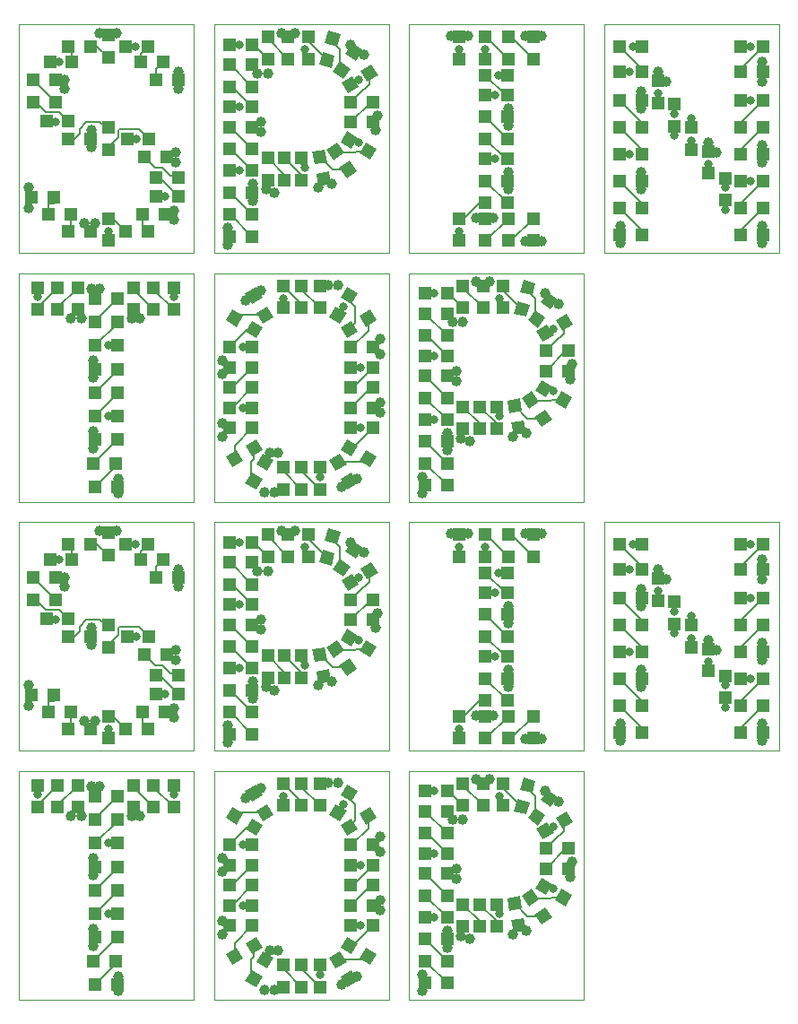
<source format=gtl>
G75*
G70*
%OFA0B0*%
%FSLAX25Y25*%
%IPPOS*%
%LPD*%
%AMOC8*
5,1,8,0,0,1.08239X$1,22.5*
%
%ADD10C,0.03970*%
%ADD14C,0.03170*%
%ADD16C,0.00600*%
%ADD17C,0.00000*%
%ADD19R,0.04720X0.04720*%
X0010000Y0010000D02*
G75*
%LPD*%
D17*
X0010000Y0010000D02*
X0010000Y0095000D01*
X0075000Y0095000D01*
X0075000Y0010000D01*
X0010000Y0010000D01*
D19*
X0038360Y0015620D03*
X0046630Y0015620D03*
X0046010Y0024370D03*
X0037740Y0024370D03*
X0038360Y0033120D03*
X0046630Y0033120D03*
X0046630Y0041870D03*
X0038360Y0041870D03*
X0038360Y0050620D03*
X0046630Y0050620D03*
X0046630Y0059370D03*
X0038360Y0059370D03*
X0038360Y0068120D03*
X0046630Y0068120D03*
X0046630Y0076870D03*
X0052500Y0081490D03*
X0046630Y0085620D03*
X0052500Y0089760D03*
X0060000Y0089760D03*
X0067500Y0089760D03*
X0067500Y0081490D03*
X0060000Y0081490D03*
X0038360Y0085620D03*
X0031870Y0081490D03*
X0038360Y0076870D03*
X0031870Y0089760D03*
X0024370Y0089760D03*
X0016870Y0089760D03*
X0016870Y0081490D03*
X0024370Y0081490D03*
D10*
X0029370Y0078120D03*
X0033120Y0078120D03*
X0036870Y0089370D03*
X0040000Y0089370D03*
X0051870Y0078120D03*
X0055000Y0078120D03*
X0037500Y0062500D03*
X0037500Y0056250D03*
X0037500Y0036250D03*
X0037500Y0030000D03*
X0046870Y0018750D03*
X0046870Y0013120D03*
D16*
X0046630Y0013120D01*
X0046630Y0015620D01*
X0046630Y0018750D01*
X0046870Y0018750D01*
X0046010Y0023260D02*
X0038360Y0015620D01*
X0046010Y0023260D02*
X0046010Y0024370D01*
X0037740Y0024370D02*
X0046490Y0033120D01*
X0046630Y0033120D01*
X0038360Y0033120D02*
X0037500Y0033120D01*
X0037500Y0030000D01*
X0037500Y0033120D02*
X0037500Y0036250D01*
X0038360Y0041870D02*
X0046630Y0050140D01*
X0046630Y0050620D01*
X0046630Y0058890D02*
X0038360Y0050620D01*
X0037500Y0056250D02*
X0037500Y0062500D01*
X0037500Y0059370D01*
X0038360Y0059370D01*
X0046630Y0059370D02*
X0046630Y0058890D01*
X0046630Y0068120D02*
X0043120Y0068120D01*
X0038360Y0068120D02*
X0046630Y0076390D01*
X0046630Y0076870D01*
X0051870Y0078120D02*
X0055000Y0078120D01*
X0051870Y0078120D02*
X0051870Y0081490D01*
X0052500Y0081490D01*
X0046630Y0085620D02*
X0038360Y0077350D01*
X0038360Y0076870D01*
X0033120Y0078120D02*
X0033120Y0081490D01*
X0031870Y0081490D01*
X0033120Y0078120D02*
X0029370Y0078120D01*
X0024370Y0081490D02*
X0024370Y0082260D01*
X0031870Y0089760D01*
X0036870Y0089370D02*
X0036870Y0086490D01*
X0038360Y0085620D01*
X0038120Y0086010D01*
X0036870Y0089370D02*
X0040000Y0089370D01*
X0052500Y0088990D02*
X0060000Y0081490D01*
X0060000Y0088990D02*
X0067500Y0081490D01*
X0067500Y0086250D02*
X0067500Y0089760D01*
X0060000Y0089760D02*
X0060000Y0088990D01*
X0052500Y0088990D02*
X0052500Y0089760D01*
X0024370Y0089760D02*
X0016870Y0082260D01*
X0016870Y0081490D01*
X0016870Y0086250D02*
X0016870Y0089760D01*
X0043120Y0041870D02*
X0046630Y0041870D01*
D14*
X0043120Y0041870D03*
X0043120Y0068120D03*
X0067500Y0086250D03*
X0016870Y0086250D03*
X0082500Y0010000D02*
G75*
%LPD*%
D17*
X0082500Y0010000D02*
X0082500Y0095000D01*
X0147500Y0095000D01*
X0147500Y0010000D01*
X0082500Y0010000D01*
D19*
X0108120Y0014610D03*
X0115000Y0014610D03*
X0121870Y0014610D03*
X0121870Y0022880D03*
X0115000Y0022880D03*
X0108120Y0022880D03*
X0096630Y0037500D03*
X0096630Y0045000D03*
X0096630Y0052500D03*
X0096630Y0060000D03*
X0096630Y0067500D03*
X0088360Y0067500D03*
X0088360Y0060000D03*
X0088360Y0052500D03*
X0088360Y0045000D03*
X0088360Y0037500D03*
X0108120Y0082110D03*
X0115000Y0082110D03*
X0121870Y0082110D03*
X0121870Y0090380D03*
X0115000Y0090380D03*
X0108120Y0090380D03*
X0133360Y0067500D03*
X0133360Y0060000D03*
X0133360Y0052500D03*
X0133360Y0045000D03*
X0133360Y0037500D03*
X0141630Y0037500D03*
X0141630Y0045000D03*
X0141630Y0052500D03*
X0141630Y0060000D03*
X0141630Y0067500D03*
D19*
G36*
X0131810Y0070960D02*
X0129450Y0075040D01*
X0133530Y0077400D01*
X0135890Y0073320D01*
X0131810Y0070960D01*
G37*
G36*
X0129410Y0076320D02*
X0125330Y0078680D01*
X0127690Y0082760D01*
X0131770Y0080400D01*
X0129410Y0076320D01*
G37*
G36*
X0138970Y0075090D02*
X0136610Y0079170D01*
X0140690Y0081530D01*
X0143050Y0077450D01*
X0138970Y0075090D01*
G37*
G36*
X0133550Y0083480D02*
X0129470Y0085840D01*
X0131830Y0089920D01*
X0135910Y0087560D01*
X0133550Y0083480D01*
G37*
G36*
X0104660Y0078680D02*
X0100580Y0076320D01*
X0098220Y0080400D01*
X0102300Y0082760D01*
X0104660Y0078680D01*
G37*
G36*
X0100550Y0075040D02*
X0098190Y0070960D01*
X0094110Y0073320D01*
X0096470Y0077400D01*
X0100550Y0075040D01*
G37*
G36*
X0093390Y0079170D02*
X0091030Y0075090D01*
X0086950Y0077450D01*
X0089310Y0081530D01*
X0093390Y0079170D01*
G37*
G36*
X0100520Y0085840D02*
X0096440Y0083480D01*
X0094080Y0087560D01*
X0098160Y0089920D01*
X0100520Y0085840D01*
G37*
G36*
X0098190Y0033410D02*
X0100550Y0029330D01*
X0096470Y0026970D01*
X0094110Y0031050D01*
X0098190Y0033410D01*
G37*
G36*
X0100580Y0028050D02*
X0104660Y0025690D01*
X0102300Y0021610D01*
X0098220Y0023970D01*
X0100580Y0028050D01*
G37*
G36*
X0096440Y0020890D02*
X0100520Y0018530D01*
X0098160Y0014450D01*
X0094080Y0016810D01*
X0096440Y0020890D01*
G37*
G36*
X0091030Y0029270D02*
X0093390Y0025190D01*
X0089310Y0022830D01*
X0086950Y0026910D01*
X0091030Y0029270D01*
G37*
G36*
X0125330Y0025690D02*
X0129410Y0028050D01*
X0131770Y0023970D01*
X0127690Y0021610D01*
X0125330Y0025690D01*
G37*
G36*
X0129450Y0029330D02*
X0131810Y0033410D01*
X0135890Y0031050D01*
X0133530Y0026970D01*
X0129450Y0029330D01*
G37*
G36*
X0136610Y0025190D02*
X0138970Y0029270D01*
X0143050Y0026910D01*
X0140690Y0022830D01*
X0136610Y0025190D01*
G37*
G36*
X0129470Y0018530D02*
X0133550Y0020890D01*
X0135910Y0016810D01*
X0131830Y0014450D01*
X0129470Y0018530D01*
G37*
D10*
X0130000Y0015620D03*
X0135620Y0018750D03*
X0144370Y0043120D03*
X0144370Y0046870D03*
X0144370Y0065000D03*
X0144370Y0070620D03*
X0128750Y0090620D03*
X0125000Y0090620D03*
X0100000Y0088750D03*
X0094370Y0085000D03*
X0085620Y0062500D03*
X0085620Y0057500D03*
X0085620Y0039370D03*
X0085620Y0034370D03*
X0103120Y0028120D03*
X0106250Y0028120D03*
X0105000Y0013750D03*
X0101250Y0013750D03*
D16*
X0105000Y0013750D01*
X0105860Y0014610D01*
X0108120Y0014610D01*
X0108120Y0021490D02*
X0115000Y0014610D01*
X0121870Y0014610D02*
X0115000Y0021490D01*
X0115000Y0022880D01*
X0108120Y0022880D02*
X0108120Y0021490D01*
X0106250Y0028120D02*
X0103120Y0028120D01*
X0103120Y0026510D01*
X0101440Y0024830D01*
X0097330Y0026080D02*
X0096250Y0025000D01*
X0096250Y0018720D01*
X0097300Y0017670D01*
X0097330Y0026080D02*
X0097330Y0030190D01*
X0090170Y0031030D02*
X0096630Y0037500D01*
X0090170Y0031030D02*
X0090170Y0026050D01*
X0085620Y0034370D02*
X0085620Y0034760D01*
X0088360Y0037500D01*
X0086490Y0039370D01*
X0085620Y0039370D01*
X0088360Y0045000D02*
X0089130Y0045000D01*
X0096630Y0052500D01*
X0089130Y0052500D02*
X0096630Y0060000D01*
X0096630Y0067500D02*
X0093120Y0067500D01*
X0088360Y0067500D02*
X0095050Y0074180D01*
X0097330Y0074180D01*
X0101440Y0079540D02*
X0091390Y0079540D01*
X0090170Y0078310D01*
X0094370Y0085000D02*
X0095600Y0085000D01*
X0097300Y0086700D01*
X0099350Y0088750D01*
X0100000Y0088750D01*
X0108120Y0088990D02*
X0109760Y0088990D01*
X0115000Y0083750D01*
X0115000Y0082110D01*
X0121870Y0082110D02*
X0115000Y0088990D01*
X0115000Y0090380D01*
X0108120Y0090380D02*
X0108120Y0088990D01*
X0108120Y0085620D02*
X0108120Y0082110D01*
X0121870Y0090380D02*
X0122110Y0090620D01*
X0125000Y0090620D01*
X0128750Y0090620D01*
X0132690Y0086700D02*
X0132690Y0084800D01*
X0135000Y0082500D01*
X0135000Y0076510D01*
X0132670Y0074180D01*
X0128550Y0079540D02*
X0128550Y0080430D01*
X0130620Y0082500D01*
X0139830Y0078310D02*
X0140000Y0078140D01*
X0140000Y0073750D01*
X0133750Y0067500D01*
X0133360Y0067500D01*
X0133360Y0060000D02*
X0136870Y0060000D01*
X0141630Y0060000D02*
X0134130Y0052500D01*
X0133360Y0052500D01*
X0140860Y0052500D02*
X0133360Y0045000D01*
X0133360Y0037500D02*
X0136870Y0037500D01*
X0141630Y0037500D02*
X0134320Y0030190D01*
X0132670Y0030190D01*
X0128550Y0024830D02*
X0138600Y0024830D01*
X0139830Y0026050D01*
X0135620Y0018750D02*
X0133770Y0018750D01*
X0132690Y0017670D01*
X0130640Y0015620D01*
X0130000Y0015620D01*
X0121870Y0019370D02*
X0121870Y0022880D01*
X0143510Y0043120D02*
X0141630Y0045000D01*
X0143510Y0046870D01*
X0144370Y0046870D01*
X0144370Y0043120D02*
X0143510Y0043120D01*
X0141630Y0052500D02*
X0140860Y0052500D01*
X0144130Y0065000D02*
X0141630Y0067500D01*
X0144370Y0070240D01*
X0144370Y0070620D01*
X0144370Y0065000D02*
X0144130Y0065000D01*
X0096630Y0045000D02*
X0093120Y0045000D01*
X0089130Y0052500D02*
X0088360Y0052500D01*
X0085860Y0057500D02*
X0085620Y0057500D01*
X0085860Y0057500D02*
X0088360Y0060000D01*
X0085860Y0062500D01*
X0085620Y0062500D01*
D14*
X0093120Y0067500D03*
X0108120Y0085620D03*
X0130620Y0082500D03*
X0136870Y0060000D03*
X0136870Y0037500D03*
X0121870Y0019370D03*
X0093120Y0045000D03*
X0155000Y0010000D02*
G75*
%LPD*%
D17*
X0155000Y0010000D02*
X0155000Y0095000D01*
X0220000Y0095000D01*
X0220000Y0010000D01*
X0155000Y0010000D01*
D19*
X0160860Y0016250D03*
X0160860Y0024370D03*
X0160860Y0032500D03*
X0160860Y0040620D03*
X0160860Y0048750D03*
X0160860Y0056870D03*
X0160860Y0064370D03*
X0160860Y0071870D03*
X0160860Y0080000D03*
X0160860Y0087500D03*
X0169130Y0087500D03*
X0175000Y0090380D03*
X0182500Y0090380D03*
X0190000Y0090380D03*
X0190000Y0082110D03*
X0182500Y0082110D03*
X0175000Y0082110D03*
X0169130Y0080000D03*
X0169130Y0071870D03*
X0169130Y0064370D03*
X0169130Y0056870D03*
X0169130Y0048750D03*
X0175000Y0045380D03*
X0181250Y0045380D03*
X0187500Y0045380D03*
X0187500Y0037110D03*
X0181250Y0037110D03*
X0175000Y0037110D03*
X0169130Y0040620D03*
X0169130Y0032500D03*
X0169130Y0024370D03*
X0169130Y0016250D03*
X0205860Y0058750D03*
X0205860Y0066250D03*
X0214130Y0066250D03*
X0214130Y0058750D03*
D19*
G36*
X0201950Y0051200D02*
X0204310Y0055280D01*
X0208390Y0052920D01*
X0206030Y0048840D01*
X0201950Y0051200D01*
G37*
G36*
X0196860Y0048440D02*
X0200710Y0051150D01*
X0203420Y0047300D01*
X0199570Y0044590D01*
X0196860Y0048440D01*
G37*
G36*
X0191570Y0047680D02*
X0196210Y0048500D01*
X0197030Y0043860D01*
X0192390Y0043040D01*
X0191570Y0047680D01*
G37*
G36*
X0193010Y0039540D02*
X0197650Y0040360D01*
X0198470Y0035720D01*
X0193830Y0034900D01*
X0193010Y0039540D01*
G37*
G36*
X0201600Y0041660D02*
X0205450Y0044370D01*
X0208160Y0040520D01*
X0204310Y0037810D01*
X0201600Y0041660D01*
G37*
G36*
X0209110Y0047070D02*
X0211470Y0051150D01*
X0215550Y0048790D01*
X0213190Y0044710D01*
X0209110Y0047070D01*
G37*
G36*
X0204700Y0069480D02*
X0202340Y0073560D01*
X0206420Y0075920D01*
X0208780Y0071840D01*
X0204700Y0069480D01*
G37*
G36*
X0202970Y0074730D02*
X0199120Y0077440D01*
X0201830Y0081290D01*
X0205680Y0078580D01*
X0202970Y0074730D01*
G37*
G36*
X0198650Y0078850D02*
X0194100Y0080080D01*
X0195330Y0084630D01*
X0199880Y0083400D01*
X0198650Y0078850D01*
G37*
G36*
X0207710Y0081500D02*
X0203860Y0084210D01*
X0206570Y0088060D01*
X0210420Y0085350D01*
X0207710Y0081500D01*
G37*
G36*
X0211860Y0073610D02*
X0209500Y0077690D01*
X0213580Y0080050D01*
X0215940Y0075970D01*
X0211860Y0073610D01*
G37*
G36*
X0200790Y0086830D02*
X0196240Y0088060D01*
X0197470Y0092610D01*
X0202020Y0091380D01*
X0200790Y0086830D01*
G37*
D10*
X0205620Y0087500D03*
X0210620Y0083750D03*
X0215620Y0061250D03*
X0215000Y0055620D03*
X0198750Y0035620D03*
X0193750Y0034370D03*
X0177500Y0032500D03*
X0174370Y0033750D03*
X0169370Y0035620D03*
X0169370Y0029370D03*
X0160000Y0019370D03*
X0160000Y0013120D03*
X0172500Y0055000D03*
X0172500Y0058750D03*
X0171250Y0076870D03*
X0175000Y0076870D03*
X0180000Y0091870D03*
X0185000Y0091870D03*
D16*
X0183990Y0091870D01*
X0182500Y0090380D01*
X0181010Y0091870D01*
X0180000Y0091870D01*
X0175000Y0090380D02*
X0175000Y0089610D01*
X0182500Y0082110D01*
X0188750Y0082110D02*
X0188750Y0085620D01*
X0190000Y0088730D02*
X0196990Y0081740D01*
X0201870Y0078540D02*
X0201870Y0085620D01*
X0199130Y0088370D01*
X0199130Y0089720D01*
X0205620Y0087500D02*
X0205620Y0086300D01*
X0207140Y0084780D01*
X0208180Y0083750D01*
X0210620Y0083750D01*
X0212720Y0076830D02*
X0212720Y0072720D01*
X0211250Y0071250D01*
X0210860Y0071250D01*
X0205860Y0066250D01*
X0205560Y0072440D02*
X0205560Y0072700D01*
X0207080Y0072700D01*
X0208750Y0074370D01*
X0202400Y0078010D02*
X0201870Y0078540D01*
X0190000Y0082110D02*
X0188750Y0082110D01*
X0190000Y0088730D02*
X0190000Y0090380D01*
X0175000Y0082110D02*
X0169610Y0087500D01*
X0169130Y0087500D01*
X0164370Y0087500D02*
X0160860Y0087500D01*
X0160860Y0080000D02*
X0161010Y0080000D01*
X0169130Y0071870D01*
X0171250Y0076870D02*
X0175000Y0076870D01*
X0171250Y0076870D02*
X0169130Y0078990D01*
X0169130Y0080000D01*
X0161630Y0071870D02*
X0169130Y0064370D01*
X0164370Y0064370D02*
X0160860Y0064370D01*
X0160860Y0056870D02*
X0161010Y0056870D01*
X0169130Y0048750D01*
X0172500Y0055000D02*
X0172500Y0058750D01*
X0171010Y0058750D01*
X0169130Y0056870D01*
X0161010Y0048750D02*
X0169130Y0040620D01*
X0164370Y0040620D02*
X0160860Y0040620D01*
X0159370Y0040620D01*
X0160860Y0032500D02*
X0161010Y0032500D01*
X0169130Y0024370D01*
X0169370Y0029370D02*
X0169370Y0032260D01*
X0169130Y0032500D01*
X0169370Y0032740D01*
X0169370Y0035620D01*
X0174370Y0033750D02*
X0176250Y0033750D01*
X0177500Y0032500D01*
X0175000Y0034370D02*
X0174370Y0033750D01*
X0175000Y0034370D02*
X0175000Y0037110D01*
X0181250Y0037110D02*
X0181250Y0039130D01*
X0175000Y0045380D01*
X0181250Y0045380D02*
X0187500Y0039130D01*
X0187500Y0037110D01*
X0188750Y0041870D02*
X0187500Y0043120D01*
X0187500Y0045380D01*
X0194300Y0045770D02*
X0198980Y0041090D01*
X0204880Y0041090D01*
X0207500Y0047500D02*
X0200500Y0047500D01*
X0200140Y0047870D01*
X0205170Y0052060D02*
X0207300Y0052060D01*
X0208750Y0051250D01*
X0207930Y0047930D02*
X0207500Y0047500D01*
X0207930Y0047930D02*
X0212330Y0047930D01*
X0215000Y0055620D02*
X0215000Y0057880D01*
X0214130Y0058750D01*
X0215620Y0060240D01*
X0215620Y0061250D01*
X0214130Y0066250D02*
X0213360Y0066250D01*
X0205860Y0058750D01*
X0196740Y0037630D02*
X0198750Y0035620D01*
X0196740Y0037630D02*
X0195740Y0037630D01*
X0195740Y0036360D01*
X0193750Y0034370D01*
X0169130Y0016250D02*
X0161010Y0024370D01*
X0160860Y0024370D01*
X0160000Y0019370D02*
X0159370Y0019370D01*
X0160000Y0019370D02*
X0160000Y0017110D01*
X0160860Y0016250D01*
X0160000Y0015380D01*
X0160000Y0013120D01*
X0160860Y0048750D02*
X0161010Y0048750D01*
X0160860Y0071870D02*
X0161630Y0071870D01*
D14*
X0164370Y0064370D03*
X0164370Y0087500D03*
X0188750Y0085620D03*
X0208750Y0074370D03*
X0208750Y0051250D03*
X0188750Y0041870D03*
X0164370Y0040620D03*
X0010000Y0102500D02*
G75*
%LPD*%
D17*
X0010000Y0102500D02*
X0010000Y0187500D01*
X0075000Y0187500D01*
X0075000Y0102500D01*
X0010000Y0102500D01*
D19*
X0020860Y0116870D03*
X0022880Y0123120D03*
X0029130Y0116870D03*
X0028360Y0110620D03*
X0036630Y0110620D03*
X0043120Y0107110D03*
X0049610Y0110620D03*
X0043120Y0115380D03*
X0055860Y0116870D03*
X0057880Y0110620D03*
X0064130Y0116870D03*
X0060860Y0123750D03*
X0060860Y0130620D03*
X0056750Y0138230D03*
X0058400Y0145000D03*
X0065010Y0138230D03*
X0069130Y0130620D03*
X0069130Y0123750D03*
X0050130Y0145000D03*
X0043120Y0149130D03*
X0036450Y0145070D03*
X0043120Y0140860D03*
X0028180Y0145070D03*
X0028400Y0151610D03*
X0020130Y0151610D03*
X0023510Y0158750D03*
X0023510Y0166870D03*
X0021490Y0173750D03*
X0028360Y0179370D03*
X0029760Y0173750D03*
X0036630Y0179370D03*
X0043120Y0175240D03*
X0049610Y0179370D03*
X0055240Y0173750D03*
X0057880Y0179370D03*
X0063510Y0173750D03*
X0060860Y0166870D03*
X0069130Y0166870D03*
X0043120Y0183510D03*
X0015240Y0166870D03*
X0015240Y0158750D03*
X0014610Y0123120D03*
D10*
X0013750Y0119370D03*
X0013750Y0126870D03*
X0034370Y0113750D03*
X0038120Y0113750D03*
X0036870Y0141870D03*
X0036870Y0148120D03*
X0026870Y0163750D03*
X0026870Y0166870D03*
X0040000Y0184370D03*
X0046250Y0184370D03*
X0069370Y0170000D03*
X0069370Y0163750D03*
X0068120Y0140000D03*
X0068120Y0136250D03*
X0067500Y0118120D03*
X0067500Y0115000D03*
D16*
X0067500Y0118120D01*
X0066250Y0116870D01*
X0064130Y0116870D01*
X0064370Y0123750D02*
X0060860Y0123750D01*
X0060860Y0130620D02*
X0062260Y0130620D01*
X0069130Y0123750D01*
X0069130Y0130620D02*
X0068510Y0131250D01*
X0066250Y0131250D01*
X0063120Y0134370D01*
X0060620Y0134370D01*
X0058010Y0136980D01*
X0058010Y0137600D01*
X0056750Y0138230D01*
X0058400Y0145000D02*
X0054650Y0148750D01*
X0047500Y0148750D01*
X0046870Y0148120D01*
X0046870Y0145620D01*
X0043120Y0141870D01*
X0043120Y0140860D01*
X0036870Y0141870D02*
X0036870Y0144650D01*
X0036450Y0145070D01*
X0036870Y0145500D01*
X0036870Y0148120D01*
X0035000Y0151250D02*
X0040000Y0151250D01*
X0042110Y0149130D01*
X0043120Y0149130D01*
X0050130Y0145000D02*
X0053750Y0145000D01*
X0065010Y0138230D02*
X0066140Y0138230D01*
X0068120Y0136250D01*
X0068120Y0140000D01*
X0069370Y0163750D02*
X0069370Y0166630D01*
X0069130Y0166870D01*
X0069370Y0167110D01*
X0069370Y0170000D01*
X0063510Y0173750D02*
X0060860Y0171100D01*
X0060860Y0166870D01*
X0055240Y0173750D02*
X0055240Y0176730D01*
X0057880Y0179370D01*
X0053120Y0179370D02*
X0049610Y0179370D01*
X0048120Y0177880D01*
X0043120Y0175240D02*
X0038990Y0179370D01*
X0036630Y0179370D01*
X0040000Y0184370D02*
X0042880Y0184370D01*
X0043120Y0183510D01*
X0043990Y0184370D01*
X0046250Y0184370D01*
X0043360Y0184370D02*
X0043120Y0183510D01*
X0029760Y0179370D02*
X0029760Y0173750D01*
X0025000Y0173750D02*
X0021490Y0173750D01*
X0023510Y0166870D02*
X0026870Y0166870D01*
X0026870Y0163750D01*
X0023510Y0158750D02*
X0015380Y0166870D01*
X0015240Y0166870D01*
X0015240Y0158750D02*
X0016250Y0158750D01*
X0020000Y0155000D01*
X0025010Y0155000D01*
X0028400Y0151610D01*
X0023750Y0151250D02*
X0023380Y0151610D01*
X0020130Y0151610D01*
X0028180Y0145070D02*
X0030700Y0145070D01*
X0032500Y0146870D01*
X0032500Y0148750D01*
X0035000Y0151250D01*
X0013750Y0126870D02*
X0013750Y0123990D01*
X0014610Y0123120D01*
X0013750Y0122260D01*
X0013750Y0119370D01*
X0020860Y0121100D02*
X0020860Y0116870D01*
X0020860Y0121100D02*
X0022880Y0121100D01*
X0022880Y0123120D01*
X0029130Y0116870D02*
X0029130Y0111390D01*
X0028360Y0110620D01*
X0034370Y0112880D02*
X0036630Y0110620D01*
X0034370Y0112880D02*
X0034370Y0113750D01*
X0038120Y0113750D01*
X0043120Y0115380D02*
X0044850Y0115380D01*
X0049610Y0110620D01*
X0043120Y0110620D02*
X0043120Y0107110D01*
X0055860Y0112640D02*
X0057880Y0110620D01*
X0055860Y0112640D02*
X0055860Y0116870D01*
X0029760Y0179370D02*
X0028360Y0179370D01*
D14*
X0025000Y0173750D03*
X0023750Y0151250D03*
X0053120Y0179370D03*
X0053750Y0145000D03*
X0064370Y0123750D03*
X0043120Y0110620D03*
X0082500Y0102500D02*
G75*
%LPD*%
D17*
X0082500Y0102500D02*
X0082500Y0187500D01*
X0147500Y0187500D01*
X0147500Y0102500D01*
X0082500Y0102500D01*
D19*
X0088360Y0108750D03*
X0088360Y0116870D03*
X0088360Y0125000D03*
X0088360Y0133120D03*
X0088360Y0141250D03*
X0088360Y0149370D03*
X0088360Y0156870D03*
X0088360Y0164370D03*
X0088360Y0172500D03*
X0088360Y0180000D03*
X0096630Y0180000D03*
X0102500Y0182880D03*
X0110000Y0182880D03*
X0117500Y0182880D03*
X0117500Y0174610D03*
X0110000Y0174610D03*
X0102500Y0174610D03*
X0096630Y0172500D03*
X0096630Y0164370D03*
X0096630Y0156870D03*
X0096630Y0149370D03*
X0096630Y0141250D03*
X0102500Y0137880D03*
X0108750Y0137880D03*
X0115000Y0137880D03*
X0115000Y0129610D03*
X0108750Y0129610D03*
X0102500Y0129610D03*
X0096630Y0133120D03*
X0096630Y0125000D03*
X0096630Y0116870D03*
X0096630Y0108750D03*
X0133360Y0151250D03*
X0133360Y0158750D03*
X0141630Y0158750D03*
X0141630Y0151250D03*
D19*
G36*
X0129450Y0143700D02*
X0131810Y0147780D01*
X0135890Y0145420D01*
X0133530Y0141340D01*
X0129450Y0143700D01*
G37*
G36*
X0124360Y0140940D02*
X0128210Y0143650D01*
X0130920Y0139800D01*
X0127070Y0137090D01*
X0124360Y0140940D01*
G37*
G36*
X0119070Y0140180D02*
X0123710Y0141000D01*
X0124530Y0136360D01*
X0119890Y0135540D01*
X0119070Y0140180D01*
G37*
G36*
X0120510Y0132040D02*
X0125150Y0132860D01*
X0125970Y0128220D01*
X0121330Y0127400D01*
X0120510Y0132040D01*
G37*
G36*
X0129100Y0134160D02*
X0132950Y0136870D01*
X0135660Y0133020D01*
X0131810Y0130310D01*
X0129100Y0134160D01*
G37*
G36*
X0136610Y0139570D02*
X0138970Y0143650D01*
X0143050Y0141290D01*
X0140690Y0137210D01*
X0136610Y0139570D01*
G37*
G36*
X0132200Y0161980D02*
X0129840Y0166060D01*
X0133920Y0168420D01*
X0136280Y0164340D01*
X0132200Y0161980D01*
G37*
G36*
X0130470Y0167230D02*
X0126620Y0169940D01*
X0129330Y0173790D01*
X0133180Y0171080D01*
X0130470Y0167230D01*
G37*
G36*
X0126150Y0171350D02*
X0121600Y0172580D01*
X0122830Y0177130D01*
X0127380Y0175900D01*
X0126150Y0171350D01*
G37*
G36*
X0135210Y0174000D02*
X0131360Y0176710D01*
X0134070Y0180560D01*
X0137920Y0177850D01*
X0135210Y0174000D01*
G37*
G36*
X0139360Y0166110D02*
X0137000Y0170190D01*
X0141080Y0172550D01*
X0143440Y0168470D01*
X0139360Y0166110D01*
G37*
G36*
X0128290Y0179330D02*
X0123740Y0180560D01*
X0124970Y0185110D01*
X0129520Y0183880D01*
X0128290Y0179330D01*
G37*
D10*
X0133120Y0180000D03*
X0138120Y0176250D03*
X0143120Y0153750D03*
X0142500Y0148120D03*
X0126250Y0128120D03*
X0121250Y0126870D03*
X0105000Y0125000D03*
X0101870Y0126250D03*
X0096870Y0128120D03*
X0096870Y0121870D03*
X0087500Y0111870D03*
X0087500Y0105620D03*
X0100000Y0147500D03*
X0100000Y0151250D03*
X0098750Y0169370D03*
X0102500Y0169370D03*
X0107500Y0184370D03*
X0112500Y0184370D03*
D16*
X0111490Y0184370D01*
X0110000Y0182880D01*
X0108510Y0184370D01*
X0107500Y0184370D01*
X0102500Y0182880D02*
X0102500Y0182110D01*
X0110000Y0174610D01*
X0116250Y0174610D02*
X0116250Y0178120D01*
X0117500Y0181230D02*
X0124490Y0174240D01*
X0129370Y0171040D02*
X0129370Y0178120D01*
X0126630Y0180870D01*
X0126630Y0182220D01*
X0133120Y0180000D02*
X0133120Y0178800D01*
X0134640Y0177280D01*
X0135680Y0176250D01*
X0138120Y0176250D01*
X0140220Y0169330D02*
X0140220Y0165220D01*
X0138750Y0163750D01*
X0138360Y0163750D01*
X0133360Y0158750D01*
X0133060Y0164940D02*
X0133060Y0165200D01*
X0134580Y0165200D01*
X0136250Y0166870D01*
X0129900Y0170510D02*
X0129370Y0171040D01*
X0117500Y0174610D02*
X0116250Y0174610D01*
X0117500Y0181230D02*
X0117500Y0182880D01*
X0102500Y0174610D02*
X0097110Y0180000D01*
X0096630Y0180000D01*
X0091870Y0180000D02*
X0088360Y0180000D01*
X0088360Y0172500D02*
X0088510Y0172500D01*
X0096630Y0164370D01*
X0098750Y0169370D02*
X0102500Y0169370D01*
X0098750Y0169370D02*
X0096630Y0171490D01*
X0096630Y0172500D01*
X0089130Y0164370D02*
X0096630Y0156870D01*
X0091870Y0156870D02*
X0088360Y0156870D01*
X0088360Y0149370D02*
X0088510Y0149370D01*
X0096630Y0141250D01*
X0100000Y0147500D02*
X0100000Y0151250D01*
X0098510Y0151250D01*
X0096630Y0149370D01*
X0088510Y0141250D02*
X0096630Y0133120D01*
X0091870Y0133120D02*
X0088360Y0133120D01*
X0086870Y0133120D01*
X0088360Y0125000D02*
X0088510Y0125000D01*
X0096630Y0116870D01*
X0096870Y0121870D02*
X0096870Y0124760D01*
X0096630Y0125000D01*
X0096870Y0125240D01*
X0096870Y0128120D01*
X0101870Y0126250D02*
X0103750Y0126250D01*
X0105000Y0125000D01*
X0102500Y0126870D02*
X0101870Y0126250D01*
X0102500Y0126870D02*
X0102500Y0129610D01*
X0108750Y0129610D02*
X0108750Y0131630D01*
X0102500Y0137880D01*
X0108750Y0137880D02*
X0115000Y0131630D01*
X0115000Y0129610D01*
X0116250Y0134370D02*
X0115000Y0135620D01*
X0115000Y0137880D01*
X0121800Y0138270D02*
X0126480Y0133590D01*
X0132380Y0133590D01*
X0135000Y0140000D02*
X0128000Y0140000D01*
X0127640Y0140370D01*
X0132670Y0144560D02*
X0134800Y0144560D01*
X0136250Y0143750D01*
X0135430Y0140430D02*
X0135000Y0140000D01*
X0135430Y0140430D02*
X0139830Y0140430D01*
X0142500Y0148120D02*
X0142500Y0150380D01*
X0141630Y0151250D01*
X0143120Y0152740D01*
X0143120Y0153750D01*
X0141630Y0158750D02*
X0140860Y0158750D01*
X0133360Y0151250D01*
X0124240Y0130130D02*
X0126250Y0128120D01*
X0124240Y0130130D02*
X0123240Y0130130D01*
X0123240Y0128860D01*
X0121250Y0126870D01*
X0096630Y0108750D02*
X0088510Y0116870D01*
X0088360Y0116870D01*
X0087500Y0111870D02*
X0086870Y0111870D01*
X0087500Y0111870D02*
X0087500Y0109610D01*
X0088360Y0108750D01*
X0087500Y0107880D01*
X0087500Y0105620D01*
X0088360Y0141250D02*
X0088510Y0141250D01*
X0088360Y0164370D02*
X0089130Y0164370D01*
D14*
X0091870Y0156870D03*
X0091870Y0180000D03*
X0116250Y0178120D03*
X0136250Y0166870D03*
X0136250Y0143750D03*
X0116250Y0134370D03*
X0091870Y0133120D03*
X0155000Y0102500D02*
G75*
%LPD*%
D17*
X0155000Y0102500D02*
X0155000Y0187500D01*
X0220000Y0187500D01*
X0220000Y0102500D01*
X0155000Y0102500D01*
D19*
X0173750Y0107110D03*
X0173750Y0115380D03*
X0183120Y0115380D03*
X0183360Y0121250D03*
X0183360Y0129370D03*
X0183360Y0137500D03*
X0183360Y0145000D03*
X0183360Y0153120D03*
X0183360Y0161250D03*
X0183360Y0168750D03*
X0183120Y0174610D03*
X0183120Y0182880D03*
X0191870Y0182880D03*
X0191870Y0174610D03*
X0191630Y0168750D03*
X0191630Y0161250D03*
X0191630Y0153120D03*
X0191630Y0145000D03*
X0191630Y0137500D03*
X0191630Y0129370D03*
X0191630Y0121250D03*
X0191870Y0115380D03*
X0191870Y0107110D03*
X0183120Y0107110D03*
X0201250Y0107110D03*
X0201250Y0115380D03*
X0201250Y0174610D03*
X0201250Y0182880D03*
X0173750Y0182880D03*
X0173750Y0174610D03*
D10*
X0176870Y0183120D03*
X0170620Y0183120D03*
X0191870Y0156250D03*
X0191870Y0150000D03*
X0191870Y0132500D03*
X0191870Y0126250D03*
X0186250Y0115620D03*
X0180000Y0115620D03*
X0198120Y0106870D03*
X0204370Y0106870D03*
X0204370Y0183120D03*
X0198120Y0183120D03*
D16*
X0201010Y0183120D01*
X0201250Y0182880D01*
X0201490Y0183120D01*
X0204370Y0183120D01*
X0201250Y0174610D02*
X0192980Y0182880D01*
X0191870Y0182880D01*
X0183600Y0182880D02*
X0191870Y0174610D01*
X0191630Y0168750D02*
X0188120Y0168750D01*
X0183360Y0168750D02*
X0190860Y0161250D01*
X0191630Y0161250D01*
X0191870Y0156250D02*
X0191870Y0153360D01*
X0191630Y0153120D01*
X0191870Y0152880D01*
X0191870Y0150000D01*
X0191630Y0145000D02*
X0191490Y0145000D01*
X0183360Y0153120D01*
X0183360Y0145000D02*
X0190860Y0137500D01*
X0191630Y0137500D01*
X0191870Y0132500D02*
X0191870Y0129610D01*
X0191630Y0129370D01*
X0191870Y0129130D01*
X0191870Y0126250D01*
X0191630Y0121250D02*
X0191490Y0121250D01*
X0183360Y0129370D01*
X0183360Y0121250D02*
X0181250Y0121250D01*
X0175380Y0115380D01*
X0173750Y0115380D01*
X0173750Y0110620D02*
X0173750Y0107110D01*
X0180000Y0115620D02*
X0182880Y0115620D01*
X0183120Y0115380D01*
X0183360Y0115620D01*
X0186250Y0115620D01*
X0191870Y0115380D02*
X0183600Y0107110D01*
X0183120Y0107110D01*
X0191870Y0107110D02*
X0192980Y0107110D01*
X0201250Y0115380D01*
X0201250Y0107110D02*
X0201490Y0106870D01*
X0204370Y0106870D01*
X0201250Y0107110D02*
X0201010Y0106870D01*
X0198120Y0106870D01*
X0186870Y0137500D02*
X0183360Y0137500D01*
X0183360Y0161250D02*
X0186870Y0161250D01*
X0183120Y0174610D02*
X0183120Y0178120D01*
X0183120Y0182880D02*
X0183600Y0182880D01*
X0176870Y0183120D02*
X0173990Y0183120D01*
X0173750Y0182880D01*
X0173510Y0183120D01*
X0170620Y0183120D01*
X0173750Y0178120D02*
X0173750Y0174610D01*
D14*
X0173750Y0178120D03*
X0183120Y0178120D03*
X0188120Y0168750D03*
X0186870Y0161250D03*
X0186870Y0137500D03*
X0173750Y0110620D03*
X0227500Y0102500D02*
G75*
%LPD*%
D17*
X0227500Y0102500D02*
X0227500Y0187500D01*
X0292500Y0187500D01*
X0292500Y0102500D01*
X0227500Y0102500D01*
D19*
X0233360Y0109370D03*
X0241630Y0109370D03*
X0241630Y0119370D03*
X0233360Y0119370D03*
X0233360Y0129370D03*
X0241630Y0129370D03*
X0241630Y0139370D03*
X0233360Y0139370D03*
X0233360Y0149370D03*
X0241630Y0149370D03*
X0247500Y0158360D03*
X0253750Y0157880D03*
X0253750Y0149610D03*
X0260000Y0149130D03*
X0260000Y0140860D03*
X0266250Y0140380D03*
X0266250Y0132110D03*
X0272500Y0130380D03*
X0278360Y0129370D03*
X0272500Y0122110D03*
X0278360Y0119370D03*
X0286630Y0119370D03*
X0286630Y0129370D03*
X0286630Y0139370D03*
X0278360Y0139370D03*
X0278360Y0149370D03*
X0286630Y0149370D03*
X0286630Y0159370D03*
X0278360Y0159370D03*
X0278360Y0170000D03*
X0286630Y0170000D03*
X0286630Y0179370D03*
X0278360Y0179370D03*
X0247500Y0166630D03*
X0241630Y0170000D03*
X0233360Y0170000D03*
X0233360Y0179370D03*
X0241630Y0179370D03*
X0241630Y0159370D03*
X0233360Y0159370D03*
X0278360Y0109370D03*
X0286630Y0109370D03*
D10*
X0286250Y0106250D03*
X0286250Y0112500D03*
X0286250Y0136250D03*
X0286250Y0142500D03*
X0269370Y0140000D03*
X0266250Y0143750D03*
X0250620Y0166250D03*
X0247500Y0170000D03*
X0241250Y0162500D03*
X0241250Y0156250D03*
X0241250Y0132500D03*
X0241250Y0126250D03*
X0233750Y0112500D03*
X0233750Y0106250D03*
X0286250Y0166250D03*
X0286250Y0173750D03*
D16*
X0286250Y0170380D01*
X0286630Y0170000D01*
X0286250Y0169610D01*
X0286250Y0166250D01*
X0286630Y0159370D02*
X0278360Y0151100D01*
X0278360Y0149370D01*
X0278360Y0141100D02*
X0286630Y0149370D01*
X0286250Y0142500D02*
X0286250Y0139760D01*
X0286630Y0139370D01*
X0286250Y0138990D01*
X0286250Y0136250D01*
X0286630Y0129370D02*
X0278360Y0121100D01*
X0278360Y0119370D01*
X0272500Y0118750D02*
X0272500Y0122110D01*
X0272500Y0126870D02*
X0272500Y0130380D01*
X0278360Y0129370D02*
X0281870Y0129370D01*
X0278360Y0139370D02*
X0278360Y0141100D01*
X0269370Y0140000D02*
X0266630Y0140000D01*
X0266250Y0140380D01*
X0266250Y0143750D01*
X0260000Y0144370D02*
X0260000Y0140860D01*
X0266250Y0135620D02*
X0266250Y0132110D01*
X0253750Y0146250D02*
X0253750Y0149610D01*
X0253750Y0154370D02*
X0253750Y0157880D01*
X0247500Y0158360D02*
X0247500Y0161870D01*
X0247880Y0166250D02*
X0247500Y0166630D01*
X0247500Y0170000D01*
X0247880Y0166250D02*
X0250620Y0166250D01*
X0241630Y0170000D02*
X0241630Y0171100D01*
X0233360Y0179370D01*
X0238120Y0179370D02*
X0241630Y0179370D01*
X0236870Y0170000D02*
X0233360Y0170000D01*
X0241250Y0162500D02*
X0241250Y0159760D01*
X0241630Y0159370D01*
X0241250Y0158990D01*
X0241250Y0156250D01*
X0241630Y0151100D02*
X0233360Y0159370D01*
X0241630Y0151100D02*
X0241630Y0149370D01*
X0241630Y0141100D02*
X0233360Y0149370D01*
X0241630Y0141100D02*
X0241630Y0139370D01*
X0236870Y0139370D02*
X0233360Y0139370D01*
X0241250Y0132500D02*
X0241250Y0129760D01*
X0241630Y0129370D01*
X0241250Y0128990D01*
X0241250Y0126250D01*
X0241630Y0121100D02*
X0233360Y0129370D01*
X0241630Y0121100D02*
X0241630Y0119370D01*
X0241630Y0111100D02*
X0233360Y0119370D01*
X0233750Y0112500D02*
X0233750Y0109760D01*
X0233360Y0109370D01*
X0233750Y0108990D01*
X0233750Y0106250D01*
X0241630Y0109370D02*
X0241630Y0111100D01*
X0278360Y0111100D02*
X0278360Y0109370D01*
X0278360Y0111100D02*
X0286630Y0119370D01*
X0286250Y0112500D02*
X0286250Y0109760D01*
X0286630Y0109370D01*
X0286250Y0108990D01*
X0286250Y0106250D01*
X0260000Y0149130D02*
X0260000Y0152500D01*
X0278360Y0159370D02*
X0281870Y0159370D01*
X0278360Y0170000D02*
X0278360Y0171100D01*
X0286630Y0179370D01*
X0281870Y0179370D02*
X0278360Y0179370D01*
D14*
X0281870Y0179370D03*
X0281870Y0159370D03*
X0260000Y0152500D03*
X0253750Y0154370D03*
X0253750Y0146250D03*
X0260000Y0144370D03*
X0266250Y0135620D03*
X0272500Y0126870D03*
X0272500Y0118750D03*
X0281870Y0129370D03*
X0247500Y0161870D03*
X0236870Y0170000D03*
X0238120Y0179370D03*
X0236870Y0139370D03*
X0010000Y0195000D02*
G75*
%LPD*%
D17*
X0010000Y0195000D02*
X0010000Y0280000D01*
X0075000Y0280000D01*
X0075000Y0195000D01*
X0010000Y0195000D01*
D19*
X0038360Y0200620D03*
X0046630Y0200620D03*
X0046010Y0209370D03*
X0037740Y0209370D03*
X0038360Y0218120D03*
X0046630Y0218120D03*
X0046630Y0226870D03*
X0038360Y0226870D03*
X0038360Y0235620D03*
X0046630Y0235620D03*
X0046630Y0244370D03*
X0038360Y0244370D03*
X0038360Y0253120D03*
X0046630Y0253120D03*
X0046630Y0261870D03*
X0052500Y0266490D03*
X0046630Y0270620D03*
X0052500Y0274760D03*
X0060000Y0274760D03*
X0067500Y0274760D03*
X0067500Y0266490D03*
X0060000Y0266490D03*
X0038360Y0270620D03*
X0031870Y0266490D03*
X0038360Y0261870D03*
X0031870Y0274760D03*
X0024370Y0274760D03*
X0016870Y0274760D03*
X0016870Y0266490D03*
X0024370Y0266490D03*
D10*
X0029370Y0263120D03*
X0033120Y0263120D03*
X0036870Y0274370D03*
X0040000Y0274370D03*
X0051870Y0263120D03*
X0055000Y0263120D03*
X0037500Y0247500D03*
X0037500Y0241250D03*
X0037500Y0221250D03*
X0037500Y0215000D03*
X0046870Y0203750D03*
X0046870Y0198120D03*
D16*
X0046630Y0198120D01*
X0046630Y0200620D01*
X0046630Y0203750D01*
X0046870Y0203750D01*
X0046010Y0208260D02*
X0038360Y0200620D01*
X0046010Y0208260D02*
X0046010Y0209370D01*
X0037740Y0209370D02*
X0046490Y0218120D01*
X0046630Y0218120D01*
X0038360Y0218120D02*
X0037500Y0218120D01*
X0037500Y0215000D01*
X0037500Y0218120D02*
X0037500Y0221250D01*
X0038360Y0226870D02*
X0046630Y0235140D01*
X0046630Y0235620D01*
X0046630Y0243890D02*
X0038360Y0235620D01*
X0037500Y0241250D02*
X0037500Y0247500D01*
X0037500Y0244370D01*
X0038360Y0244370D01*
X0046630Y0244370D02*
X0046630Y0243890D01*
X0046630Y0253120D02*
X0043120Y0253120D01*
X0038360Y0253120D02*
X0046630Y0261390D01*
X0046630Y0261870D01*
X0051870Y0263120D02*
X0055000Y0263120D01*
X0051870Y0263120D02*
X0051870Y0266490D01*
X0052500Y0266490D01*
X0046630Y0270620D02*
X0038360Y0262350D01*
X0038360Y0261870D01*
X0033120Y0263120D02*
X0033120Y0266490D01*
X0031870Y0266490D01*
X0033120Y0263120D02*
X0029370Y0263120D01*
X0024370Y0266490D02*
X0024370Y0267260D01*
X0031870Y0274760D01*
X0036870Y0274370D02*
X0036870Y0271490D01*
X0038360Y0270620D01*
X0038120Y0271010D01*
X0036870Y0274370D02*
X0040000Y0274370D01*
X0052500Y0273990D02*
X0060000Y0266490D01*
X0060000Y0273990D02*
X0067500Y0266490D01*
X0067500Y0271250D02*
X0067500Y0274760D01*
X0060000Y0274760D02*
X0060000Y0273990D01*
X0052500Y0273990D02*
X0052500Y0274760D01*
X0024370Y0274760D02*
X0016870Y0267260D01*
X0016870Y0266490D01*
X0016870Y0271250D02*
X0016870Y0274760D01*
X0043120Y0226870D02*
X0046630Y0226870D01*
D14*
X0043120Y0226870D03*
X0043120Y0253120D03*
X0067500Y0271250D03*
X0016870Y0271250D03*
X0082500Y0195000D02*
G75*
%LPD*%
D17*
X0082500Y0195000D02*
X0082500Y0280000D01*
X0147500Y0280000D01*
X0147500Y0195000D01*
X0082500Y0195000D01*
D19*
X0108120Y0199610D03*
X0115000Y0199610D03*
X0121870Y0199610D03*
X0121870Y0207880D03*
X0115000Y0207880D03*
X0108120Y0207880D03*
X0096630Y0222500D03*
X0096630Y0230000D03*
X0096630Y0237500D03*
X0096630Y0245000D03*
X0096630Y0252500D03*
X0088360Y0252500D03*
X0088360Y0245000D03*
X0088360Y0237500D03*
X0088360Y0230000D03*
X0088360Y0222500D03*
X0108120Y0267110D03*
X0115000Y0267110D03*
X0121870Y0267110D03*
X0121870Y0275380D03*
X0115000Y0275380D03*
X0108120Y0275380D03*
X0133360Y0252500D03*
X0133360Y0245000D03*
X0133360Y0237500D03*
X0133360Y0230000D03*
X0133360Y0222500D03*
X0141630Y0222500D03*
X0141630Y0230000D03*
X0141630Y0237500D03*
X0141630Y0245000D03*
X0141630Y0252500D03*
D19*
G36*
X0131810Y0255960D02*
X0129450Y0260040D01*
X0133530Y0262400D01*
X0135890Y0258320D01*
X0131810Y0255960D01*
G37*
G36*
X0129410Y0261320D02*
X0125330Y0263680D01*
X0127690Y0267760D01*
X0131770Y0265400D01*
X0129410Y0261320D01*
G37*
G36*
X0138970Y0260090D02*
X0136610Y0264170D01*
X0140690Y0266530D01*
X0143050Y0262450D01*
X0138970Y0260090D01*
G37*
G36*
X0133550Y0268480D02*
X0129470Y0270840D01*
X0131830Y0274920D01*
X0135910Y0272560D01*
X0133550Y0268480D01*
G37*
G36*
X0104660Y0263680D02*
X0100580Y0261320D01*
X0098220Y0265400D01*
X0102300Y0267760D01*
X0104660Y0263680D01*
G37*
G36*
X0100550Y0260040D02*
X0098190Y0255960D01*
X0094110Y0258320D01*
X0096470Y0262400D01*
X0100550Y0260040D01*
G37*
G36*
X0093390Y0264170D02*
X0091030Y0260090D01*
X0086950Y0262450D01*
X0089310Y0266530D01*
X0093390Y0264170D01*
G37*
G36*
X0100520Y0270840D02*
X0096440Y0268480D01*
X0094080Y0272560D01*
X0098160Y0274920D01*
X0100520Y0270840D01*
G37*
G36*
X0098190Y0218410D02*
X0100550Y0214330D01*
X0096470Y0211970D01*
X0094110Y0216050D01*
X0098190Y0218410D01*
G37*
G36*
X0100580Y0213050D02*
X0104660Y0210690D01*
X0102300Y0206610D01*
X0098220Y0208970D01*
X0100580Y0213050D01*
G37*
G36*
X0096440Y0205890D02*
X0100520Y0203530D01*
X0098160Y0199450D01*
X0094080Y0201810D01*
X0096440Y0205890D01*
G37*
G36*
X0091030Y0214270D02*
X0093390Y0210190D01*
X0089310Y0207830D01*
X0086950Y0211910D01*
X0091030Y0214270D01*
G37*
G36*
X0125330Y0210690D02*
X0129410Y0213050D01*
X0131770Y0208970D01*
X0127690Y0206610D01*
X0125330Y0210690D01*
G37*
G36*
X0129450Y0214330D02*
X0131810Y0218410D01*
X0135890Y0216050D01*
X0133530Y0211970D01*
X0129450Y0214330D01*
G37*
G36*
X0136610Y0210190D02*
X0138970Y0214270D01*
X0143050Y0211910D01*
X0140690Y0207830D01*
X0136610Y0210190D01*
G37*
G36*
X0129470Y0203530D02*
X0133550Y0205890D01*
X0135910Y0201810D01*
X0131830Y0199450D01*
X0129470Y0203530D01*
G37*
D10*
X0130000Y0200620D03*
X0135620Y0203750D03*
X0144370Y0228120D03*
X0144370Y0231870D03*
X0144370Y0250000D03*
X0144370Y0255620D03*
X0128750Y0275620D03*
X0125000Y0275620D03*
X0100000Y0273750D03*
X0094370Y0270000D03*
X0085620Y0247500D03*
X0085620Y0242500D03*
X0085620Y0224370D03*
X0085620Y0219370D03*
X0103120Y0213120D03*
X0106250Y0213120D03*
X0105000Y0198750D03*
X0101250Y0198750D03*
D16*
X0105000Y0198750D01*
X0105860Y0199610D01*
X0108120Y0199610D01*
X0108120Y0206490D02*
X0115000Y0199610D01*
X0121870Y0199610D02*
X0115000Y0206490D01*
X0115000Y0207880D01*
X0108120Y0207880D02*
X0108120Y0206490D01*
X0106250Y0213120D02*
X0103120Y0213120D01*
X0103120Y0211510D01*
X0101440Y0209830D01*
X0097330Y0211080D02*
X0096250Y0210000D01*
X0096250Y0203720D01*
X0097300Y0202670D01*
X0097330Y0211080D02*
X0097330Y0215190D01*
X0090170Y0216030D02*
X0096630Y0222500D01*
X0090170Y0216030D02*
X0090170Y0211050D01*
X0085620Y0219370D02*
X0085620Y0219760D01*
X0088360Y0222500D01*
X0086490Y0224370D01*
X0085620Y0224370D01*
X0088360Y0230000D02*
X0089130Y0230000D01*
X0096630Y0237500D01*
X0089130Y0237500D02*
X0096630Y0245000D01*
X0096630Y0252500D02*
X0093120Y0252500D01*
X0088360Y0252500D02*
X0095050Y0259180D01*
X0097330Y0259180D01*
X0101440Y0264540D02*
X0091390Y0264540D01*
X0090170Y0263310D01*
X0094370Y0270000D02*
X0095600Y0270000D01*
X0097300Y0271700D01*
X0099350Y0273750D01*
X0100000Y0273750D01*
X0108120Y0273990D02*
X0109760Y0273990D01*
X0115000Y0268750D01*
X0115000Y0267110D01*
X0121870Y0267110D02*
X0115000Y0273990D01*
X0115000Y0275380D01*
X0108120Y0275380D02*
X0108120Y0273990D01*
X0108120Y0270620D02*
X0108120Y0267110D01*
X0121870Y0275380D02*
X0122110Y0275620D01*
X0125000Y0275620D01*
X0128750Y0275620D01*
X0132690Y0271700D02*
X0132690Y0269800D01*
X0135000Y0267500D01*
X0135000Y0261510D01*
X0132670Y0259180D01*
X0128550Y0264540D02*
X0128550Y0265430D01*
X0130620Y0267500D01*
X0139830Y0263310D02*
X0140000Y0263140D01*
X0140000Y0258750D01*
X0133750Y0252500D01*
X0133360Y0252500D01*
X0133360Y0245000D02*
X0136870Y0245000D01*
X0141630Y0245000D02*
X0134130Y0237500D01*
X0133360Y0237500D01*
X0140860Y0237500D02*
X0133360Y0230000D01*
X0133360Y0222500D02*
X0136870Y0222500D01*
X0141630Y0222500D02*
X0134320Y0215190D01*
X0132670Y0215190D01*
X0128550Y0209830D02*
X0138600Y0209830D01*
X0139830Y0211050D01*
X0135620Y0203750D02*
X0133770Y0203750D01*
X0132690Y0202670D01*
X0130640Y0200620D01*
X0130000Y0200620D01*
X0121870Y0204370D02*
X0121870Y0207880D01*
X0143510Y0228120D02*
X0141630Y0230000D01*
X0143510Y0231870D01*
X0144370Y0231870D01*
X0144370Y0228120D02*
X0143510Y0228120D01*
X0141630Y0237500D02*
X0140860Y0237500D01*
X0144130Y0250000D02*
X0141630Y0252500D01*
X0144370Y0255240D01*
X0144370Y0255620D01*
X0144370Y0250000D02*
X0144130Y0250000D01*
X0096630Y0230000D02*
X0093120Y0230000D01*
X0089130Y0237500D02*
X0088360Y0237500D01*
X0085860Y0242500D02*
X0085620Y0242500D01*
X0085860Y0242500D02*
X0088360Y0245000D01*
X0085860Y0247500D01*
X0085620Y0247500D01*
D14*
X0093120Y0252500D03*
X0108120Y0270620D03*
X0130620Y0267500D03*
X0136870Y0245000D03*
X0136870Y0222500D03*
X0121870Y0204370D03*
X0093120Y0230000D03*
X0155000Y0195000D02*
G75*
%LPD*%
D17*
X0155000Y0195000D02*
X0155000Y0280000D01*
X0220000Y0280000D01*
X0220000Y0195000D01*
X0155000Y0195000D01*
D19*
X0160860Y0201250D03*
X0160860Y0209370D03*
X0160860Y0217500D03*
X0160860Y0225620D03*
X0160860Y0233750D03*
X0160860Y0241870D03*
X0160860Y0249370D03*
X0160860Y0256870D03*
X0160860Y0265000D03*
X0160860Y0272500D03*
X0169130Y0272500D03*
X0175000Y0275380D03*
X0182500Y0275380D03*
X0190000Y0275380D03*
X0190000Y0267110D03*
X0182500Y0267110D03*
X0175000Y0267110D03*
X0169130Y0265000D03*
X0169130Y0256870D03*
X0169130Y0249370D03*
X0169130Y0241870D03*
X0169130Y0233750D03*
X0175000Y0230380D03*
X0181250Y0230380D03*
X0187500Y0230380D03*
X0187500Y0222110D03*
X0181250Y0222110D03*
X0175000Y0222110D03*
X0169130Y0225620D03*
X0169130Y0217500D03*
X0169130Y0209370D03*
X0169130Y0201250D03*
X0205860Y0243750D03*
X0205860Y0251250D03*
X0214130Y0251250D03*
X0214130Y0243750D03*
D19*
G36*
X0201950Y0236200D02*
X0204310Y0240280D01*
X0208390Y0237920D01*
X0206030Y0233840D01*
X0201950Y0236200D01*
G37*
G36*
X0196860Y0233440D02*
X0200710Y0236150D01*
X0203420Y0232300D01*
X0199570Y0229590D01*
X0196860Y0233440D01*
G37*
G36*
X0191570Y0232680D02*
X0196210Y0233500D01*
X0197030Y0228860D01*
X0192390Y0228040D01*
X0191570Y0232680D01*
G37*
G36*
X0193010Y0224540D02*
X0197650Y0225360D01*
X0198470Y0220720D01*
X0193830Y0219900D01*
X0193010Y0224540D01*
G37*
G36*
X0201600Y0226660D02*
X0205450Y0229370D01*
X0208160Y0225520D01*
X0204310Y0222810D01*
X0201600Y0226660D01*
G37*
G36*
X0209110Y0232070D02*
X0211470Y0236150D01*
X0215550Y0233790D01*
X0213190Y0229710D01*
X0209110Y0232070D01*
G37*
G36*
X0204700Y0254480D02*
X0202340Y0258560D01*
X0206420Y0260920D01*
X0208780Y0256840D01*
X0204700Y0254480D01*
G37*
G36*
X0202970Y0259730D02*
X0199120Y0262440D01*
X0201830Y0266290D01*
X0205680Y0263580D01*
X0202970Y0259730D01*
G37*
G36*
X0198650Y0263850D02*
X0194100Y0265080D01*
X0195330Y0269630D01*
X0199880Y0268400D01*
X0198650Y0263850D01*
G37*
G36*
X0207710Y0266500D02*
X0203860Y0269210D01*
X0206570Y0273060D01*
X0210420Y0270350D01*
X0207710Y0266500D01*
G37*
G36*
X0211860Y0258610D02*
X0209500Y0262690D01*
X0213580Y0265050D01*
X0215940Y0260970D01*
X0211860Y0258610D01*
G37*
G36*
X0200790Y0271830D02*
X0196240Y0273060D01*
X0197470Y0277610D01*
X0202020Y0276380D01*
X0200790Y0271830D01*
G37*
D10*
X0205620Y0272500D03*
X0210620Y0268750D03*
X0215620Y0246250D03*
X0215000Y0240620D03*
X0198750Y0220620D03*
X0193750Y0219370D03*
X0177500Y0217500D03*
X0174370Y0218750D03*
X0169370Y0220620D03*
X0169370Y0214370D03*
X0160000Y0204370D03*
X0160000Y0198120D03*
X0172500Y0240000D03*
X0172500Y0243750D03*
X0171250Y0261870D03*
X0175000Y0261870D03*
X0180000Y0276870D03*
X0185000Y0276870D03*
D16*
X0183990Y0276870D01*
X0182500Y0275380D01*
X0181010Y0276870D01*
X0180000Y0276870D01*
X0175000Y0275380D02*
X0175000Y0274610D01*
X0182500Y0267110D01*
X0188750Y0267110D02*
X0188750Y0270620D01*
X0190000Y0273730D02*
X0196990Y0266740D01*
X0201870Y0263540D02*
X0201870Y0270620D01*
X0199130Y0273370D01*
X0199130Y0274720D01*
X0205620Y0272500D02*
X0205620Y0271300D01*
X0207140Y0269780D01*
X0208180Y0268750D01*
X0210620Y0268750D01*
X0212720Y0261830D02*
X0212720Y0257720D01*
X0211250Y0256250D01*
X0210860Y0256250D01*
X0205860Y0251250D01*
X0205560Y0257440D02*
X0205560Y0257700D01*
X0207080Y0257700D01*
X0208750Y0259370D01*
X0202400Y0263010D02*
X0201870Y0263540D01*
X0190000Y0267110D02*
X0188750Y0267110D01*
X0190000Y0273730D02*
X0190000Y0275380D01*
X0175000Y0267110D02*
X0169610Y0272500D01*
X0169130Y0272500D01*
X0164370Y0272500D02*
X0160860Y0272500D01*
X0160860Y0265000D02*
X0161010Y0265000D01*
X0169130Y0256870D01*
X0171250Y0261870D02*
X0175000Y0261870D01*
X0171250Y0261870D02*
X0169130Y0263990D01*
X0169130Y0265000D01*
X0161630Y0256870D02*
X0169130Y0249370D01*
X0164370Y0249370D02*
X0160860Y0249370D01*
X0160860Y0241870D02*
X0161010Y0241870D01*
X0169130Y0233750D01*
X0172500Y0240000D02*
X0172500Y0243750D01*
X0171010Y0243750D01*
X0169130Y0241870D01*
X0161010Y0233750D02*
X0169130Y0225620D01*
X0164370Y0225620D02*
X0160860Y0225620D01*
X0159370Y0225620D01*
X0160860Y0217500D02*
X0161010Y0217500D01*
X0169130Y0209370D01*
X0169370Y0214370D02*
X0169370Y0217260D01*
X0169130Y0217500D01*
X0169370Y0217740D01*
X0169370Y0220620D01*
X0174370Y0218750D02*
X0176250Y0218750D01*
X0177500Y0217500D01*
X0175000Y0219370D02*
X0174370Y0218750D01*
X0175000Y0219370D02*
X0175000Y0222110D01*
X0181250Y0222110D02*
X0181250Y0224130D01*
X0175000Y0230380D01*
X0181250Y0230380D02*
X0187500Y0224130D01*
X0187500Y0222110D01*
X0188750Y0226870D02*
X0187500Y0228120D01*
X0187500Y0230380D01*
X0194300Y0230770D02*
X0198980Y0226090D01*
X0204880Y0226090D01*
X0207500Y0232500D02*
X0200500Y0232500D01*
X0200140Y0232870D01*
X0205170Y0237060D02*
X0207300Y0237060D01*
X0208750Y0236250D01*
X0207930Y0232930D02*
X0207500Y0232500D01*
X0207930Y0232930D02*
X0212330Y0232930D01*
X0215000Y0240620D02*
X0215000Y0242880D01*
X0214130Y0243750D01*
X0215620Y0245240D01*
X0215620Y0246250D01*
X0214130Y0251250D02*
X0213360Y0251250D01*
X0205860Y0243750D01*
X0196740Y0222630D02*
X0198750Y0220620D01*
X0196740Y0222630D02*
X0195740Y0222630D01*
X0195740Y0221360D01*
X0193750Y0219370D01*
X0169130Y0201250D02*
X0161010Y0209370D01*
X0160860Y0209370D01*
X0160000Y0204370D02*
X0159370Y0204370D01*
X0160000Y0204370D02*
X0160000Y0202110D01*
X0160860Y0201250D01*
X0160000Y0200380D01*
X0160000Y0198120D01*
X0160860Y0233750D02*
X0161010Y0233750D01*
X0160860Y0256870D02*
X0161630Y0256870D01*
D14*
X0164370Y0249370D03*
X0164370Y0272500D03*
X0188750Y0270620D03*
X0208750Y0259370D03*
X0208750Y0236250D03*
X0188750Y0226870D03*
X0164370Y0225620D03*
X0010000Y0287500D02*
G75*
%LPD*%
D17*
X0010000Y0287500D02*
X0010000Y0372500D01*
X0075000Y0372500D01*
X0075000Y0287500D01*
X0010000Y0287500D01*
D19*
X0020860Y0301870D03*
X0022880Y0308120D03*
X0029130Y0301870D03*
X0028360Y0295620D03*
X0036630Y0295620D03*
X0043120Y0292110D03*
X0049610Y0295620D03*
X0043120Y0300380D03*
X0055860Y0301870D03*
X0057880Y0295620D03*
X0064130Y0301870D03*
X0060860Y0308750D03*
X0060860Y0315620D03*
X0056750Y0323230D03*
X0058400Y0330000D03*
X0065010Y0323230D03*
X0069130Y0315620D03*
X0069130Y0308750D03*
X0050130Y0330000D03*
X0043120Y0334130D03*
X0036450Y0330070D03*
X0043120Y0325860D03*
X0028180Y0330070D03*
X0028400Y0336610D03*
X0020130Y0336610D03*
X0023510Y0343750D03*
X0023510Y0351870D03*
X0021490Y0358750D03*
X0028360Y0364370D03*
X0029760Y0358750D03*
X0036630Y0364370D03*
X0043120Y0360240D03*
X0049610Y0364370D03*
X0055240Y0358750D03*
X0057880Y0364370D03*
X0063510Y0358750D03*
X0060860Y0351870D03*
X0069130Y0351870D03*
X0043120Y0368510D03*
X0015240Y0351870D03*
X0015240Y0343750D03*
X0014610Y0308120D03*
D10*
X0013750Y0304370D03*
X0013750Y0311870D03*
X0034370Y0298750D03*
X0038120Y0298750D03*
X0036870Y0326870D03*
X0036870Y0333120D03*
X0026870Y0348750D03*
X0026870Y0351870D03*
X0040000Y0369370D03*
X0046250Y0369370D03*
X0069370Y0355000D03*
X0069370Y0348750D03*
X0068120Y0325000D03*
X0068120Y0321250D03*
X0067500Y0303120D03*
X0067500Y0300000D03*
D16*
X0067500Y0303120D01*
X0066250Y0301870D01*
X0064130Y0301870D01*
X0064370Y0308750D02*
X0060860Y0308750D01*
X0060860Y0315620D02*
X0062260Y0315620D01*
X0069130Y0308750D01*
X0069130Y0315620D02*
X0068510Y0316250D01*
X0066250Y0316250D01*
X0063120Y0319370D01*
X0060620Y0319370D01*
X0058010Y0321980D01*
X0058010Y0322600D01*
X0056750Y0323230D01*
X0058400Y0330000D02*
X0054650Y0333750D01*
X0047500Y0333750D01*
X0046870Y0333120D01*
X0046870Y0330620D01*
X0043120Y0326870D01*
X0043120Y0325860D01*
X0036870Y0326870D02*
X0036870Y0329650D01*
X0036450Y0330070D01*
X0036870Y0330500D01*
X0036870Y0333120D01*
X0035000Y0336250D02*
X0040000Y0336250D01*
X0042110Y0334130D01*
X0043120Y0334130D01*
X0050130Y0330000D02*
X0053750Y0330000D01*
X0065010Y0323230D02*
X0066140Y0323230D01*
X0068120Y0321250D01*
X0068120Y0325000D01*
X0069370Y0348750D02*
X0069370Y0351630D01*
X0069130Y0351870D01*
X0069370Y0352110D01*
X0069370Y0355000D01*
X0063510Y0358750D02*
X0060860Y0356100D01*
X0060860Y0351870D01*
X0055240Y0358750D02*
X0055240Y0361730D01*
X0057880Y0364370D01*
X0053120Y0364370D02*
X0049610Y0364370D01*
X0048120Y0362880D01*
X0043120Y0360240D02*
X0038990Y0364370D01*
X0036630Y0364370D01*
X0040000Y0369370D02*
X0042880Y0369370D01*
X0043120Y0368510D01*
X0043990Y0369370D01*
X0046250Y0369370D01*
X0043360Y0369370D02*
X0043120Y0368510D01*
X0029760Y0364370D02*
X0029760Y0358750D01*
X0025000Y0358750D02*
X0021490Y0358750D01*
X0023510Y0351870D02*
X0026870Y0351870D01*
X0026870Y0348750D01*
X0023510Y0343750D02*
X0015380Y0351870D01*
X0015240Y0351870D01*
X0015240Y0343750D02*
X0016250Y0343750D01*
X0020000Y0340000D01*
X0025010Y0340000D01*
X0028400Y0336610D01*
X0023750Y0336250D02*
X0023380Y0336610D01*
X0020130Y0336610D01*
X0028180Y0330070D02*
X0030700Y0330070D01*
X0032500Y0331870D01*
X0032500Y0333750D01*
X0035000Y0336250D01*
X0013750Y0311870D02*
X0013750Y0308990D01*
X0014610Y0308120D01*
X0013750Y0307260D01*
X0013750Y0304370D01*
X0020860Y0306100D02*
X0020860Y0301870D01*
X0020860Y0306100D02*
X0022880Y0306100D01*
X0022880Y0308120D01*
X0029130Y0301870D02*
X0029130Y0296390D01*
X0028360Y0295620D01*
X0034370Y0297880D02*
X0036630Y0295620D01*
X0034370Y0297880D02*
X0034370Y0298750D01*
X0038120Y0298750D01*
X0043120Y0300380D02*
X0044850Y0300380D01*
X0049610Y0295620D01*
X0043120Y0295620D02*
X0043120Y0292110D01*
X0055860Y0297640D02*
X0057880Y0295620D01*
X0055860Y0297640D02*
X0055860Y0301870D01*
X0029760Y0364370D02*
X0028360Y0364370D01*
D14*
X0025000Y0358750D03*
X0023750Y0336250D03*
X0053120Y0364370D03*
X0053750Y0330000D03*
X0064370Y0308750D03*
X0043120Y0295620D03*
X0082500Y0287500D02*
G75*
%LPD*%
D17*
X0082500Y0287500D02*
X0082500Y0372500D01*
X0147500Y0372500D01*
X0147500Y0287500D01*
X0082500Y0287500D01*
D19*
X0088360Y0293750D03*
X0088360Y0301870D03*
X0088360Y0310000D03*
X0088360Y0318120D03*
X0088360Y0326250D03*
X0088360Y0334370D03*
X0088360Y0341870D03*
X0088360Y0349370D03*
X0088360Y0357500D03*
X0088360Y0365000D03*
X0096630Y0365000D03*
X0102500Y0367880D03*
X0110000Y0367880D03*
X0117500Y0367880D03*
X0117500Y0359610D03*
X0110000Y0359610D03*
X0102500Y0359610D03*
X0096630Y0357500D03*
X0096630Y0349370D03*
X0096630Y0341870D03*
X0096630Y0334370D03*
X0096630Y0326250D03*
X0102500Y0322880D03*
X0108750Y0322880D03*
X0115000Y0322880D03*
X0115000Y0314610D03*
X0108750Y0314610D03*
X0102500Y0314610D03*
X0096630Y0318120D03*
X0096630Y0310000D03*
X0096630Y0301870D03*
X0096630Y0293750D03*
X0133360Y0336250D03*
X0133360Y0343750D03*
X0141630Y0343750D03*
X0141630Y0336250D03*
D19*
G36*
X0129450Y0328700D02*
X0131810Y0332780D01*
X0135890Y0330420D01*
X0133530Y0326340D01*
X0129450Y0328700D01*
G37*
G36*
X0124360Y0325940D02*
X0128210Y0328650D01*
X0130920Y0324800D01*
X0127070Y0322090D01*
X0124360Y0325940D01*
G37*
G36*
X0119070Y0325180D02*
X0123710Y0326000D01*
X0124530Y0321360D01*
X0119890Y0320540D01*
X0119070Y0325180D01*
G37*
G36*
X0120510Y0317040D02*
X0125150Y0317860D01*
X0125970Y0313220D01*
X0121330Y0312400D01*
X0120510Y0317040D01*
G37*
G36*
X0129100Y0319160D02*
X0132950Y0321870D01*
X0135660Y0318020D01*
X0131810Y0315310D01*
X0129100Y0319160D01*
G37*
G36*
X0136610Y0324570D02*
X0138970Y0328650D01*
X0143050Y0326290D01*
X0140690Y0322210D01*
X0136610Y0324570D01*
G37*
G36*
X0132200Y0346980D02*
X0129840Y0351060D01*
X0133920Y0353420D01*
X0136280Y0349340D01*
X0132200Y0346980D01*
G37*
G36*
X0130470Y0352230D02*
X0126620Y0354940D01*
X0129330Y0358790D01*
X0133180Y0356080D01*
X0130470Y0352230D01*
G37*
G36*
X0126150Y0356350D02*
X0121600Y0357580D01*
X0122830Y0362130D01*
X0127380Y0360900D01*
X0126150Y0356350D01*
G37*
G36*
X0135210Y0359000D02*
X0131360Y0361710D01*
X0134070Y0365560D01*
X0137920Y0362850D01*
X0135210Y0359000D01*
G37*
G36*
X0139360Y0351110D02*
X0137000Y0355190D01*
X0141080Y0357550D01*
X0143440Y0353470D01*
X0139360Y0351110D01*
G37*
G36*
X0128290Y0364330D02*
X0123740Y0365560D01*
X0124970Y0370110D01*
X0129520Y0368880D01*
X0128290Y0364330D01*
G37*
D10*
X0133120Y0365000D03*
X0138120Y0361250D03*
X0143120Y0338750D03*
X0142500Y0333120D03*
X0126250Y0313120D03*
X0121250Y0311870D03*
X0105000Y0310000D03*
X0101870Y0311250D03*
X0096870Y0313120D03*
X0096870Y0306870D03*
X0087500Y0296870D03*
X0087500Y0290620D03*
X0100000Y0332500D03*
X0100000Y0336250D03*
X0098750Y0354370D03*
X0102500Y0354370D03*
X0107500Y0369370D03*
X0112500Y0369370D03*
D16*
X0111490Y0369370D01*
X0110000Y0367880D01*
X0108510Y0369370D01*
X0107500Y0369370D01*
X0102500Y0367880D02*
X0102500Y0367110D01*
X0110000Y0359610D01*
X0116250Y0359610D02*
X0116250Y0363120D01*
X0117500Y0366230D02*
X0124490Y0359240D01*
X0129370Y0356040D02*
X0129370Y0363120D01*
X0126630Y0365870D01*
X0126630Y0367220D01*
X0133120Y0365000D02*
X0133120Y0363800D01*
X0134640Y0362280D01*
X0135680Y0361250D01*
X0138120Y0361250D01*
X0140220Y0354330D02*
X0140220Y0350220D01*
X0138750Y0348750D01*
X0138360Y0348750D01*
X0133360Y0343750D01*
X0133060Y0349940D02*
X0133060Y0350200D01*
X0134580Y0350200D01*
X0136250Y0351870D01*
X0129900Y0355510D02*
X0129370Y0356040D01*
X0117500Y0359610D02*
X0116250Y0359610D01*
X0117500Y0366230D02*
X0117500Y0367880D01*
X0102500Y0359610D02*
X0097110Y0365000D01*
X0096630Y0365000D01*
X0091870Y0365000D02*
X0088360Y0365000D01*
X0088360Y0357500D02*
X0088510Y0357500D01*
X0096630Y0349370D01*
X0098750Y0354370D02*
X0102500Y0354370D01*
X0098750Y0354370D02*
X0096630Y0356490D01*
X0096630Y0357500D01*
X0089130Y0349370D02*
X0096630Y0341870D01*
X0091870Y0341870D02*
X0088360Y0341870D01*
X0088360Y0334370D02*
X0088510Y0334370D01*
X0096630Y0326250D01*
X0100000Y0332500D02*
X0100000Y0336250D01*
X0098510Y0336250D01*
X0096630Y0334370D01*
X0088510Y0326250D02*
X0096630Y0318120D01*
X0091870Y0318120D02*
X0088360Y0318120D01*
X0086870Y0318120D01*
X0088360Y0310000D02*
X0088510Y0310000D01*
X0096630Y0301870D01*
X0096870Y0306870D02*
X0096870Y0309760D01*
X0096630Y0310000D01*
X0096870Y0310240D01*
X0096870Y0313120D01*
X0101870Y0311250D02*
X0103750Y0311250D01*
X0105000Y0310000D01*
X0102500Y0311870D02*
X0101870Y0311250D01*
X0102500Y0311870D02*
X0102500Y0314610D01*
X0108750Y0314610D02*
X0108750Y0316630D01*
X0102500Y0322880D01*
X0108750Y0322880D02*
X0115000Y0316630D01*
X0115000Y0314610D01*
X0116250Y0319370D02*
X0115000Y0320620D01*
X0115000Y0322880D01*
X0121800Y0323270D02*
X0126480Y0318590D01*
X0132380Y0318590D01*
X0135000Y0325000D02*
X0128000Y0325000D01*
X0127640Y0325370D01*
X0132670Y0329560D02*
X0134800Y0329560D01*
X0136250Y0328750D01*
X0135430Y0325430D02*
X0135000Y0325000D01*
X0135430Y0325430D02*
X0139830Y0325430D01*
X0142500Y0333120D02*
X0142500Y0335380D01*
X0141630Y0336250D01*
X0143120Y0337740D01*
X0143120Y0338750D01*
X0141630Y0343750D02*
X0140860Y0343750D01*
X0133360Y0336250D01*
X0124240Y0315130D02*
X0126250Y0313120D01*
X0124240Y0315130D02*
X0123240Y0315130D01*
X0123240Y0313860D01*
X0121250Y0311870D01*
X0096630Y0293750D02*
X0088510Y0301870D01*
X0088360Y0301870D01*
X0087500Y0296870D02*
X0086870Y0296870D01*
X0087500Y0296870D02*
X0087500Y0294610D01*
X0088360Y0293750D01*
X0087500Y0292880D01*
X0087500Y0290620D01*
X0088360Y0326250D02*
X0088510Y0326250D01*
X0088360Y0349370D02*
X0089130Y0349370D01*
D14*
X0091870Y0341870D03*
X0091870Y0365000D03*
X0116250Y0363120D03*
X0136250Y0351870D03*
X0136250Y0328750D03*
X0116250Y0319370D03*
X0091870Y0318120D03*
X0155000Y0287500D02*
G75*
%LPD*%
D17*
X0155000Y0287500D02*
X0155000Y0372500D01*
X0220000Y0372500D01*
X0220000Y0287500D01*
X0155000Y0287500D01*
D19*
X0173750Y0292110D03*
X0173750Y0300380D03*
X0183120Y0300380D03*
X0183360Y0306250D03*
X0183360Y0314370D03*
X0183360Y0322500D03*
X0183360Y0330000D03*
X0183360Y0338120D03*
X0183360Y0346250D03*
X0183360Y0353750D03*
X0183120Y0359610D03*
X0183120Y0367880D03*
X0191870Y0367880D03*
X0191870Y0359610D03*
X0191630Y0353750D03*
X0191630Y0346250D03*
X0191630Y0338120D03*
X0191630Y0330000D03*
X0191630Y0322500D03*
X0191630Y0314370D03*
X0191630Y0306250D03*
X0191870Y0300380D03*
X0191870Y0292110D03*
X0183120Y0292110D03*
X0201250Y0292110D03*
X0201250Y0300380D03*
X0201250Y0359610D03*
X0201250Y0367880D03*
X0173750Y0367880D03*
X0173750Y0359610D03*
D10*
X0176870Y0368120D03*
X0170620Y0368120D03*
X0191870Y0341250D03*
X0191870Y0335000D03*
X0191870Y0317500D03*
X0191870Y0311250D03*
X0186250Y0300620D03*
X0180000Y0300620D03*
X0198120Y0291870D03*
X0204370Y0291870D03*
X0204370Y0368120D03*
X0198120Y0368120D03*
D16*
X0201010Y0368120D01*
X0201250Y0367880D01*
X0201490Y0368120D01*
X0204370Y0368120D01*
X0201250Y0359610D02*
X0192980Y0367880D01*
X0191870Y0367880D01*
X0183600Y0367880D02*
X0191870Y0359610D01*
X0191630Y0353750D02*
X0188120Y0353750D01*
X0183360Y0353750D02*
X0190860Y0346250D01*
X0191630Y0346250D01*
X0191870Y0341250D02*
X0191870Y0338360D01*
X0191630Y0338120D01*
X0191870Y0337880D01*
X0191870Y0335000D01*
X0191630Y0330000D02*
X0191490Y0330000D01*
X0183360Y0338120D01*
X0183360Y0330000D02*
X0190860Y0322500D01*
X0191630Y0322500D01*
X0191870Y0317500D02*
X0191870Y0314610D01*
X0191630Y0314370D01*
X0191870Y0314130D01*
X0191870Y0311250D01*
X0191630Y0306250D02*
X0191490Y0306250D01*
X0183360Y0314370D01*
X0183360Y0306250D02*
X0181250Y0306250D01*
X0175380Y0300380D01*
X0173750Y0300380D01*
X0173750Y0295620D02*
X0173750Y0292110D01*
X0180000Y0300620D02*
X0182880Y0300620D01*
X0183120Y0300380D01*
X0183360Y0300620D01*
X0186250Y0300620D01*
X0191870Y0300380D02*
X0183600Y0292110D01*
X0183120Y0292110D01*
X0191870Y0292110D02*
X0192980Y0292110D01*
X0201250Y0300380D01*
X0201250Y0292110D02*
X0201490Y0291870D01*
X0204370Y0291870D01*
X0201250Y0292110D02*
X0201010Y0291870D01*
X0198120Y0291870D01*
X0186870Y0322500D02*
X0183360Y0322500D01*
X0183360Y0346250D02*
X0186870Y0346250D01*
X0183120Y0359610D02*
X0183120Y0363120D01*
X0183120Y0367880D02*
X0183600Y0367880D01*
X0176870Y0368120D02*
X0173990Y0368120D01*
X0173750Y0367880D01*
X0173510Y0368120D01*
X0170620Y0368120D01*
X0173750Y0363120D02*
X0173750Y0359610D01*
D14*
X0173750Y0363120D03*
X0183120Y0363120D03*
X0188120Y0353750D03*
X0186870Y0346250D03*
X0186870Y0322500D03*
X0173750Y0295620D03*
X0227500Y0287500D02*
G75*
%LPD*%
D17*
X0227500Y0287500D02*
X0227500Y0372500D01*
X0292500Y0372500D01*
X0292500Y0287500D01*
X0227500Y0287500D01*
D19*
X0233360Y0294370D03*
X0241630Y0294370D03*
X0241630Y0304370D03*
X0233360Y0304370D03*
X0233360Y0314370D03*
X0241630Y0314370D03*
X0241630Y0324370D03*
X0233360Y0324370D03*
X0233360Y0334370D03*
X0241630Y0334370D03*
X0247500Y0343360D03*
X0253750Y0342880D03*
X0253750Y0334610D03*
X0260000Y0334130D03*
X0260000Y0325860D03*
X0266250Y0325380D03*
X0266250Y0317110D03*
X0272500Y0315380D03*
X0278360Y0314370D03*
X0272500Y0307110D03*
X0278360Y0304370D03*
X0286630Y0304370D03*
X0286630Y0314370D03*
X0286630Y0324370D03*
X0278360Y0324370D03*
X0278360Y0334370D03*
X0286630Y0334370D03*
X0286630Y0344370D03*
X0278360Y0344370D03*
X0278360Y0355000D03*
X0286630Y0355000D03*
X0286630Y0364370D03*
X0278360Y0364370D03*
X0247500Y0351630D03*
X0241630Y0355000D03*
X0233360Y0355000D03*
X0233360Y0364370D03*
X0241630Y0364370D03*
X0241630Y0344370D03*
X0233360Y0344370D03*
X0278360Y0294370D03*
X0286630Y0294370D03*
D10*
X0286250Y0291250D03*
X0286250Y0297500D03*
X0286250Y0321250D03*
X0286250Y0327500D03*
X0269370Y0325000D03*
X0266250Y0328750D03*
X0250620Y0351250D03*
X0247500Y0355000D03*
X0241250Y0347500D03*
X0241250Y0341250D03*
X0241250Y0317500D03*
X0241250Y0311250D03*
X0233750Y0297500D03*
X0233750Y0291250D03*
X0286250Y0351250D03*
X0286250Y0358750D03*
D16*
X0286250Y0355380D01*
X0286630Y0355000D01*
X0286250Y0354610D01*
X0286250Y0351250D01*
X0286630Y0344370D02*
X0278360Y0336100D01*
X0278360Y0334370D01*
X0278360Y0326100D02*
X0286630Y0334370D01*
X0286250Y0327500D02*
X0286250Y0324760D01*
X0286630Y0324370D01*
X0286250Y0323990D01*
X0286250Y0321250D01*
X0286630Y0314370D02*
X0278360Y0306100D01*
X0278360Y0304370D01*
X0272500Y0303750D02*
X0272500Y0307110D01*
X0272500Y0311870D02*
X0272500Y0315380D01*
X0278360Y0314370D02*
X0281870Y0314370D01*
X0278360Y0324370D02*
X0278360Y0326100D01*
X0269370Y0325000D02*
X0266630Y0325000D01*
X0266250Y0325380D01*
X0266250Y0328750D01*
X0260000Y0329370D02*
X0260000Y0325860D01*
X0266250Y0320620D02*
X0266250Y0317110D01*
X0253750Y0331250D02*
X0253750Y0334610D01*
X0253750Y0339370D02*
X0253750Y0342880D01*
X0247500Y0343360D02*
X0247500Y0346870D01*
X0247880Y0351250D02*
X0247500Y0351630D01*
X0247500Y0355000D01*
X0247880Y0351250D02*
X0250620Y0351250D01*
X0241630Y0355000D02*
X0241630Y0356100D01*
X0233360Y0364370D01*
X0238120Y0364370D02*
X0241630Y0364370D01*
X0236870Y0355000D02*
X0233360Y0355000D01*
X0241250Y0347500D02*
X0241250Y0344760D01*
X0241630Y0344370D01*
X0241250Y0343990D01*
X0241250Y0341250D01*
X0241630Y0336100D02*
X0233360Y0344370D01*
X0241630Y0336100D02*
X0241630Y0334370D01*
X0241630Y0326100D02*
X0233360Y0334370D01*
X0241630Y0326100D02*
X0241630Y0324370D01*
X0236870Y0324370D02*
X0233360Y0324370D01*
X0241250Y0317500D02*
X0241250Y0314760D01*
X0241630Y0314370D01*
X0241250Y0313990D01*
X0241250Y0311250D01*
X0241630Y0306100D02*
X0233360Y0314370D01*
X0241630Y0306100D02*
X0241630Y0304370D01*
X0241630Y0296100D02*
X0233360Y0304370D01*
X0233750Y0297500D02*
X0233750Y0294760D01*
X0233360Y0294370D01*
X0233750Y0293990D01*
X0233750Y0291250D01*
X0241630Y0294370D02*
X0241630Y0296100D01*
X0278360Y0296100D02*
X0278360Y0294370D01*
X0278360Y0296100D02*
X0286630Y0304370D01*
X0286250Y0297500D02*
X0286250Y0294760D01*
X0286630Y0294370D01*
X0286250Y0293990D01*
X0286250Y0291250D01*
X0260000Y0334130D02*
X0260000Y0337500D01*
X0278360Y0344370D02*
X0281870Y0344370D01*
X0278360Y0355000D02*
X0278360Y0356100D01*
X0286630Y0364370D01*
X0281870Y0364370D02*
X0278360Y0364370D01*
D14*
X0281870Y0364370D03*
X0281870Y0344370D03*
X0260000Y0337500D03*
X0253750Y0339370D03*
X0253750Y0331250D03*
X0260000Y0329370D03*
X0266250Y0320620D03*
X0272500Y0311870D03*
X0272500Y0303750D03*
X0281870Y0314370D03*
X0247500Y0346870D03*
X0236870Y0355000D03*
X0238120Y0364370D03*
X0236870Y0324370D03*
M02*

</source>
